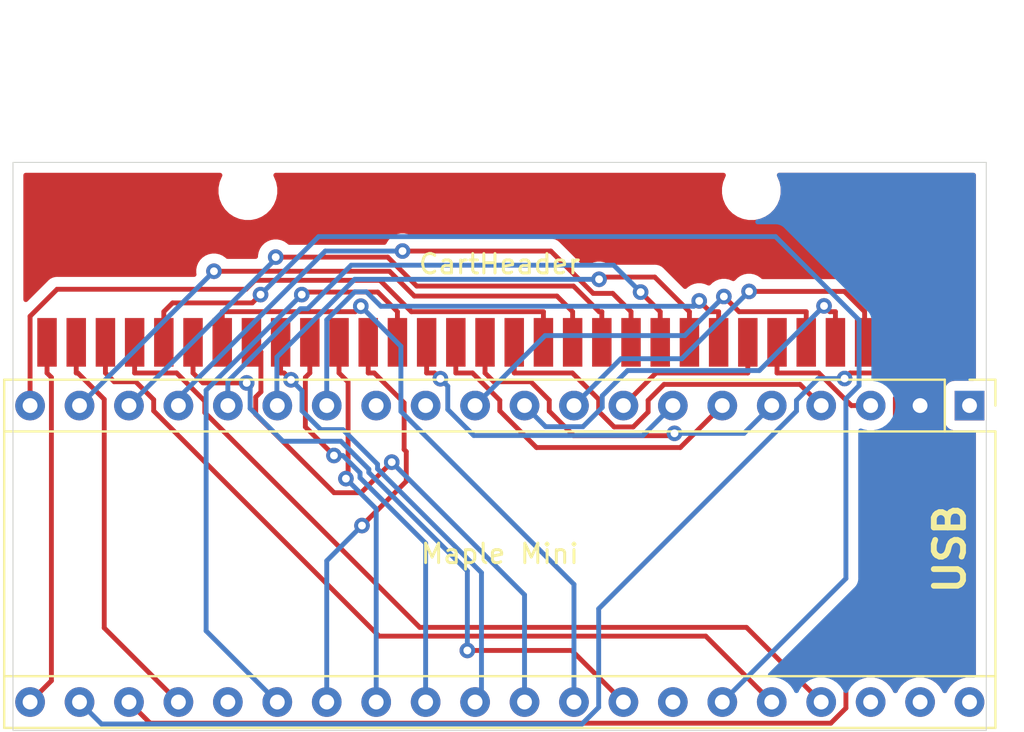
<source format=kicad_pcb>
(kicad_pcb (version 20171130) (host pcbnew "(5.1.2)-2")

  (general
    (thickness 1.6)
    (drawings 5)
    (tracks 272)
    (zones 0)
    (modules 2)
    (nets 41)
  )

  (page A4)
  (layers
    (0 F.Cu signal)
    (31 B.Cu signal)
    (32 B.Adhes user)
    (33 F.Adhes user)
    (34 B.Paste user)
    (35 F.Paste user)
    (36 B.SilkS user)
    (37 F.SilkS user)
    (38 B.Mask user)
    (39 F.Mask user)
    (40 Dwgs.User user)
    (41 Cmts.User user)
    (42 Eco1.User user)
    (43 Eco2.User user)
    (44 Edge.Cuts user)
    (45 Margin user)
    (46 B.CrtYd user)
    (47 F.CrtYd user)
    (48 B.Fab user)
    (49 F.Fab user)
  )

  (setup
    (last_trace_width 0.25)
    (trace_clearance 0.2)
    (zone_clearance 0.508)
    (zone_45_only no)
    (trace_min 0.2)
    (via_size 0.8)
    (via_drill 0.4)
    (via_min_size 0.4)
    (via_min_drill 0.3)
    (uvia_size 0.3)
    (uvia_drill 0.1)
    (uvias_allowed no)
    (uvia_min_size 0.2)
    (uvia_min_drill 0.1)
    (edge_width 0.05)
    (segment_width 0.2)
    (pcb_text_width 0.3)
    (pcb_text_size 1.5 1.5)
    (mod_edge_width 0.12)
    (mod_text_size 1 1)
    (mod_text_width 0.15)
    (pad_size 1.524 1.524)
    (pad_drill 0.762)
    (pad_to_mask_clearance 0.051)
    (solder_mask_min_width 0.25)
    (aux_axis_origin 0 0)
    (visible_elements 7FFFEFFF)
    (pcbplotparams
      (layerselection 0x010fc_ffffffff)
      (usegerberextensions false)
      (usegerberattributes false)
      (usegerberadvancedattributes false)
      (creategerberjobfile false)
      (excludeedgelayer true)
      (linewidth 0.100000)
      (plotframeref false)
      (viasonmask false)
      (mode 1)
      (useauxorigin false)
      (hpglpennumber 1)
      (hpglpenspeed 20)
      (hpglpendiameter 15.000000)
      (psnegative false)
      (psa4output false)
      (plotreference true)
      (plotvalue true)
      (plotinvisibletext false)
      (padsonsilk false)
      (subtractmaskfromsilk false)
      (outputformat 1)
      (mirror false)
      (drillshape 0)
      (scaleselection 1)
      (outputdirectory "Mini Gerbers/"))
  )

  (net 0 "")
  (net 1 "Net-(A1-Pad1)")
  (net 2 GND)
  (net 3 D32-boot0)
  (net 4 M15)
  (net 5 M16)
  (net 6 M17)
  (net 7 M18)
  (net 8 M19)
  (net 9 M20)
  (net 10 M21)
  (net 11 M22)
  (net 12 "Net-(A1-Pad12)")
  (net 13 "Net-(A1-Pad13)")
  (net 14 M25)
  (net 15 M26)
  (net 16 M27)
  (net 17 M28)
  (net 18 M29)
  (net 19 M30)
  (net 20 M31)
  (net 21 VIN)
  (net 22 M0)
  (net 23 M1)
  (net 24 D2-boot1)
  (net 25 "Net-(A1-Pad25)")
  (net 26 M4)
  (net 27 M5)
  (net 28 M6)
  (net 29 M7)
  (net 30 M8)
  (net 31 M9)
  (net 32 M10)
  (net 33 M11)
  (net 34 "Net-(A1-Pad34)")
  (net 35 M12)
  (net 36 M13)
  (net 37 M14)
  (net 38 "Net-(A1-Pad38)")
  (net 39 "Net-(A1-Pad39)")
  (net 40 "Net-(A1-Pad40)")

  (net_class Default "This is the default net class."
    (clearance 0.2)
    (trace_width 0.25)
    (via_dia 0.8)
    (via_drill 0.4)
    (uvia_dia 0.3)
    (uvia_drill 0.1)
    (add_net D2-boot1)
    (add_net D32-boot0)
    (add_net GND)
    (add_net M0)
    (add_net M1)
    (add_net M10)
    (add_net M11)
    (add_net M12)
    (add_net M13)
    (add_net M14)
    (add_net M15)
    (add_net M16)
    (add_net M17)
    (add_net M18)
    (add_net M19)
    (add_net M20)
    (add_net M21)
    (add_net M22)
    (add_net M25)
    (add_net M26)
    (add_net M27)
    (add_net M28)
    (add_net M29)
    (add_net M30)
    (add_net M31)
    (add_net M4)
    (add_net M5)
    (add_net M6)
    (add_net M7)
    (add_net M8)
    (add_net M9)
    (add_net "Net-(A1-Pad1)")
    (add_net "Net-(A1-Pad12)")
    (add_net "Net-(A1-Pad13)")
    (add_net "Net-(A1-Pad25)")
    (add_net "Net-(A1-Pad34)")
    (add_net "Net-(A1-Pad38)")
    (add_net "Net-(A1-Pad39)")
    (add_net "Net-(A1-Pad40)")
    (add_net VIN)
  )

  (module Module:Maple_Mini (layer F.Cu) (tedit 5A156297) (tstamp 5E29C818)
    (at 190.017 78.888 270)
    (descr "Maple Mini, http://docs.leaflabs.com/static.leaflabs.com/pub/leaflabs/maple-docs/0.0.12/hardware/maple-mini.html")
    (tags "Maple Mini")
    (path /5E2FBB54)
    (fp_text reference "Maple Mini" (at 7.61798 24.13 180) (layer F.SilkS)
      (effects (font (size 1 1) (thickness 0.15)))
    )
    (fp_text value Maple_Mini (at 7.62 26.035 90) (layer F.Fab)
      (effects (font (size 1 1) (thickness 0.15)))
    )
    (fp_line (start 1.33 -1.33) (end 16.57 -1.33) (layer F.SilkS) (width 0.12))
    (fp_line (start 16.57 49.59) (end -1.33 49.59) (layer F.SilkS) (width 0.12))
    (fp_line (start 3.81 6.604) (end 3.81 -2.54) (layer F.Fab) (width 0.1))
    (fp_line (start 3.81 -2.54) (end 11.43 -2.54) (layer F.Fab) (width 0.1))
    (fp_line (start 11.43 -2.54) (end 11.43 6.604) (layer F.Fab) (width 0.1))
    (fp_line (start -0.635 -1.27) (end 16.51 -1.27) (layer F.Fab) (width 0.1))
    (fp_line (start 16.51 -1.27) (end 16.51 49.53) (layer F.Fab) (width 0.1))
    (fp_line (start 16.51 49.53) (end -1.27 49.53) (layer F.Fab) (width 0.1))
    (fp_line (start -1.27 49.53) (end -1.27 -0.635) (layer F.Fab) (width 0.1))
    (fp_line (start 16.57 -1.33) (end 16.57 49.59) (layer F.SilkS) (width 0.12))
    (fp_line (start -1.33 49.59) (end -1.33 1.27) (layer F.SilkS) (width 0.12))
    (fp_line (start 1.33 -1.33) (end 1.33 49.59) (layer F.SilkS) (width 0.12))
    (fp_line (start 13.91 49.59) (end 13.91 -1.33) (layer F.SilkS) (width 0.12))
    (fp_line (start -1.33 1.27) (end 1.33 1.27) (layer F.SilkS) (width 0.12))
    (fp_line (start -1.52 49.78) (end -1.52 -2.79) (layer F.CrtYd) (width 0.05))
    (fp_line (start -1.52 -2.79) (end 16.76 -2.79) (layer F.CrtYd) (width 0.05))
    (fp_line (start 16.76 -2.79) (end 16.76 49.78) (layer F.CrtYd) (width 0.05))
    (fp_line (start 16.76 49.78) (end -1.52 49.78) (layer F.CrtYd) (width 0.05))
    (fp_line (start 0 -1.33) (end -1.33 -1.33) (layer F.SilkS) (width 0.12))
    (fp_line (start -1.33 -1.33) (end -1.33 0) (layer F.SilkS) (width 0.12))
    (fp_line (start 1.27 -1.27) (end 1.27 49.53) (layer F.Fab) (width 0.1))
    (fp_line (start -1.27 -0.635) (end -0.635 -1.27) (layer F.Fab) (width 0.1))
    (fp_line (start 13.97 -1.27) (end 13.97 49.53) (layer F.Fab) (width 0.1))
    (fp_text user %R (at 7.62 24.13 90) (layer F.Fab)
      (effects (font (size 1 1) (thickness 0.15)))
    )
    (fp_line (start 3.81 6.604) (end 11.43 6.604) (layer F.Fab) (width 0.1))
    (pad 1 thru_hole rect (at 0 0 270) (size 1.524 1.524) (drill 0.762) (layers *.Cu *.Mask)
      (net 1 "Net-(A1-Pad1)"))
    (pad 2 thru_hole circle (at 0 2.54 270) (size 1.524 1.524) (drill 0.762) (layers *.Cu *.Mask)
      (net 2 GND))
    (pad 3 thru_hole circle (at 0 5.08 270) (size 1.524 1.524) (drill 0.762) (layers *.Cu *.Mask)
      (net 3 D32-boot0))
    (pad 4 thru_hole circle (at 0 7.62 270) (size 1.524 1.524) (drill 0.762) (layers *.Cu *.Mask)
      (net 4 M15))
    (pad 5 thru_hole circle (at 0 10.16 270) (size 1.524 1.524) (drill 0.762) (layers *.Cu *.Mask)
      (net 5 M16))
    (pad 6 thru_hole circle (at 0 12.7 270) (size 1.524 1.524) (drill 0.762) (layers *.Cu *.Mask)
      (net 6 M17))
    (pad 7 thru_hole circle (at 0 15.24 270) (size 1.524 1.524) (drill 0.762) (layers *.Cu *.Mask)
      (net 7 M18))
    (pad 8 thru_hole circle (at 0 17.78 270) (size 1.524 1.524) (drill 0.762) (layers *.Cu *.Mask)
      (net 8 M19))
    (pad 9 thru_hole circle (at 0 20.32 270) (size 1.524 1.524) (drill 0.762) (layers *.Cu *.Mask)
      (net 9 M20))
    (pad 10 thru_hole circle (at 0 22.86 270) (size 1.524 1.524) (drill 0.762) (layers *.Cu *.Mask)
      (net 10 M21))
    (pad 11 thru_hole circle (at 0 25.4 270) (size 1.524 1.524) (drill 0.762) (layers *.Cu *.Mask)
      (net 11 M22))
    (pad 12 thru_hole circle (at 0 27.94 270) (size 1.524 1.524) (drill 0.762) (layers *.Cu *.Mask)
      (net 12 "Net-(A1-Pad12)"))
    (pad 13 thru_hole circle (at 0 30.48 270) (size 1.524 1.524) (drill 0.762) (layers *.Cu *.Mask)
      (net 13 "Net-(A1-Pad13)"))
    (pad 14 thru_hole circle (at 0 33.02 270) (size 1.524 1.524) (drill 0.762) (layers *.Cu *.Mask)
      (net 14 M25))
    (pad 15 thru_hole circle (at 0 35.56 270) (size 1.524 1.524) (drill 0.762) (layers *.Cu *.Mask)
      (net 15 M26))
    (pad 16 thru_hole circle (at 0 38.1 270) (size 1.524 1.524) (drill 0.762) (layers *.Cu *.Mask)
      (net 16 M27))
    (pad 17 thru_hole circle (at 0 40.64 270) (size 1.524 1.524) (drill 0.762) (layers *.Cu *.Mask)
      (net 17 M28))
    (pad 18 thru_hole circle (at 0 43.18 270) (size 1.524 1.524) (drill 0.762) (layers *.Cu *.Mask)
      (net 18 M29))
    (pad 19 thru_hole circle (at 0 45.72 270) (size 1.524 1.524) (drill 0.762) (layers *.Cu *.Mask)
      (net 19 M30))
    (pad 20 thru_hole circle (at 0 48.26 270) (size 1.524 1.524) (drill 0.762) (layers *.Cu *.Mask)
      (net 20 M31))
    (pad 21 thru_hole circle (at 15.24 48.26 270) (size 1.524 1.524) (drill 0.762) (layers *.Cu *.Mask)
      (net 21 VIN))
    (pad 22 thru_hole circle (at 15.24 45.72 270) (size 1.524 1.524) (drill 0.762) (layers *.Cu *.Mask)
      (net 22 M0))
    (pad 23 thru_hole circle (at 15.24 43.18 270) (size 1.524 1.524) (drill 0.762) (layers *.Cu *.Mask)
      (net 23 M1))
    (pad 24 thru_hole circle (at 15.24 40.64 270) (size 1.524 1.524) (drill 0.762) (layers *.Cu *.Mask)
      (net 24 D2-boot1))
    (pad 25 thru_hole circle (at 15.24 38.1 270) (size 1.524 1.524) (drill 0.762) (layers *.Cu *.Mask)
      (net 25 "Net-(A1-Pad25)"))
    (pad 26 thru_hole circle (at 15.24 35.56 270) (size 1.524 1.524) (drill 0.762) (layers *.Cu *.Mask)
      (net 26 M4))
    (pad 27 thru_hole circle (at 15.24 33.02 270) (size 1.524 1.524) (drill 0.762) (layers *.Cu *.Mask)
      (net 27 M5))
    (pad 28 thru_hole circle (at 15.24 30.48 270) (size 1.524 1.524) (drill 0.762) (layers *.Cu *.Mask)
      (net 28 M6))
    (pad 29 thru_hole circle (at 15.24 27.94 270) (size 1.524 1.524) (drill 0.762) (layers *.Cu *.Mask)
      (net 29 M7))
    (pad 30 thru_hole circle (at 15.24 25.4 270) (size 1.524 1.524) (drill 0.762) (layers *.Cu *.Mask)
      (net 30 M8))
    (pad 31 thru_hole circle (at 15.24 22.86 270) (size 1.524 1.524) (drill 0.762) (layers *.Cu *.Mask)
      (net 31 M9))
    (pad 32 thru_hole circle (at 15.24 20.32 270) (size 1.524 1.524) (drill 0.762) (layers *.Cu *.Mask)
      (net 32 M10))
    (pad 33 thru_hole circle (at 15.24 17.78 270) (size 1.524 1.524) (drill 0.762) (layers *.Cu *.Mask)
      (net 33 M11))
    (pad 34 thru_hole circle (at 15.24 15.24 270) (size 1.524 1.524) (drill 0.762) (layers *.Cu *.Mask)
      (net 34 "Net-(A1-Pad34)"))
    (pad 35 thru_hole circle (at 15.24 12.7 270) (size 1.524 1.524) (drill 0.762) (layers *.Cu *.Mask)
      (net 35 M12))
    (pad 36 thru_hole circle (at 15.24 10.16 270) (size 1.524 1.524) (drill 0.762) (layers *.Cu *.Mask)
      (net 36 M13))
    (pad 37 thru_hole circle (at 15.24 7.62 270) (size 1.524 1.524) (drill 0.762) (layers *.Cu *.Mask)
      (net 37 M14))
    (pad 38 thru_hole circle (at 15.24 5.08 270) (size 1.524 1.524) (drill 0.762) (layers *.Cu *.Mask)
      (net 38 "Net-(A1-Pad38)"))
    (pad 39 thru_hole circle (at 15.24 2.54 270) (size 1.524 1.524) (drill 0.762) (layers *.Cu *.Mask)
      (net 39 "Net-(A1-Pad39)"))
    (pad 40 thru_hole circle (at 15.24 0 270) (size 1.524 1.524) (drill 0.762) (layers *.Cu *.Mask)
      (net 40 "Net-(A1-Pad40)"))
    (model ${KISYS3DMOD}/Module.3dshapes/Maple_Mini.wrl
      (at (xyz 0 0 0))
      (scale (xyz 1 1 1))
      (rotate (xyz 0 0 0))
    )
  )

  (module Custom:DSL_Cartridge_Reader_Micro (layer F.Cu) (tedit 5E2F1194) (tstamp 5E29C895)
    (at 165.878 69.8876)
    (descr "GBA DS Lite slots commonly found on aliexpress")
    (tags "gameboy cartridge slot")
    (path /5E0FEE35)
    (attr smd)
    (fp_text reference CartHeader (at 0 1.7272 180) (layer F.SilkS)
      (effects (font (size 1 1) (thickness 0.15)))
    )
    (fp_text value CartBus (at 0 -11) (layer F.Fab)
      (effects (font (size 1 1) (thickness 0.15)))
    )
    (fp_text user %R (at 0 -1) (layer F.Fab)
      (effects (font (size 2 2) (thickness 0.2)))
    )
    (pad "" np_thru_hole circle (at -12.93204 -2.04724) (size 2 2) (drill 2) (layers *.Cu *.Mask))
    (pad "" np_thru_hole circle (at 12.93204 -2.04724) (size 2 2) (drill 2) (layers *.Cu *.Mask))
    (pad 1 smd rect (at -23.25 5.75) (size 1 2.5) (layers F.Cu F.Paste F.Mask)
      (net 21 VIN))
    (pad 15 smd rect (at -2.25 5.75) (size 1 2.5) (layers F.Cu F.Paste F.Mask)
      (net 6 M17))
    (pad 2 smd rect (at -21.75 5.75) (size 1 2.5) (layers F.Cu F.Paste F.Mask)
      (net 24 D2-boot1))
    (pad 3 smd rect (at -20.25 5.75) (size 1 2.5) (layers F.Cu F.Paste F.Mask)
      (net 36 M13))
    (pad 4 smd rect (at -18.75 5.75) (size 1 2.5) (layers F.Cu F.Paste F.Mask)
      (net 37 M14))
    (pad 5 smd rect (at -17.25 5.75) (size 1 2.5) (layers F.Cu F.Paste F.Mask)
      (net 35 M12))
    (pad 6 smd rect (at -15.75 5.75) (size 1 2.5) (layers F.Cu F.Paste F.Mask)
      (net 33 M11))
    (pad 7 smd rect (at -14.25 5.75) (size 1 2.5) (layers F.Cu F.Paste F.Mask)
      (net 32 M10))
    (pad 8 smd rect (at -12.75 5.75) (size 1 2.5) (layers F.Cu F.Paste F.Mask)
      (net 31 M9))
    (pad 9 smd rect (at -11.25 5.75) (size 1 2.5) (layers F.Cu F.Paste F.Mask)
      (net 30 M8))
    (pad 10 smd rect (at -9.75 5.75) (size 1 2.5) (layers F.Cu F.Paste F.Mask)
      (net 29 M7))
    (pad 11 smd rect (at -8.25 5.75) (size 1 2.5) (layers F.Cu F.Paste F.Mask)
      (net 28 M6))
    (pad 12 smd rect (at -6.75 5.75) (size 1 2.5) (layers F.Cu F.Paste F.Mask)
      (net 27 M5))
    (pad 13 smd rect (at -5.25 5.75) (size 1 2.5) (layers F.Cu F.Paste F.Mask)
      (net 26 M4))
    (pad 14 smd rect (at -3.75 5.75) (size 1 2.5) (layers F.Cu F.Paste F.Mask)
      (net 7 M18))
    (pad 16 smd rect (at -0.75 5.75) (size 1 2.5) (layers F.Cu F.Paste F.Mask)
      (net 5 M16))
    (pad 17 smd rect (at 0.75 5.75) (size 1 2.5) (layers F.Cu F.Paste F.Mask)
      (net 4 M15))
    (pad 18 smd rect (at 2.25 5.75) (size 1 2.5) (layers F.Cu F.Paste F.Mask)
      (net 20 M31))
    (pad 19 smd rect (at 3.75 5.75) (size 1 2.5) (layers F.Cu F.Paste F.Mask)
      (net 19 M30))
    (pad 20 smd rect (at 5.25 5.75) (size 1 2.5) (layers F.Cu F.Paste F.Mask)
      (net 18 M29))
    (pad 21 smd rect (at 6.75 5.75) (size 1 2.5) (layers F.Cu F.Paste F.Mask)
      (net 17 M28))
    (pad 22 smd rect (at 8.25 5.75) (size 1 2.5) (layers F.Cu F.Paste F.Mask)
      (net 16 M27))
    (pad 23 smd rect (at 9.75 5.75) (size 1 2.5) (layers F.Cu F.Paste F.Mask)
      (net 15 M26))
    (pad 24 smd rect (at 11.25 5.75) (size 1 2.5) (layers F.Cu F.Paste F.Mask)
      (net 14 M25))
    (pad 25 smd rect (at 12.75 5.75) (size 1 2.5) (layers F.Cu F.Paste F.Mask)
      (net 8 M19))
    (pad 26 smd rect (at 14.25 5.75) (size 1 2.5) (layers F.Cu F.Paste F.Mask)
      (net 3 D32-boot0))
    (pad 27 smd rect (at 15.75 5.75) (size 1 2.5) (layers F.Cu F.Paste F.Mask)
      (net 11 M22))
    (pad 28 smd rect (at 17.25 5.75) (size 1 2.5) (layers F.Cu F.Paste F.Mask)
      (net 10 M21))
    (pad 29 smd rect (at 18.75 5.75) (size 1 2.5) (layers F.Cu F.Paste F.Mask)
      (net 9 M20))
    (pad 30 smd rect (at 20.25 5.75) (size 1 2.5) (layers F.Cu F.Paste F.Mask)
      (net 22 M0))
    (pad 31 smd rect (at 21.75 5.75) (size 1 2.5) (layers F.Cu F.Paste F.Mask)
      (net 23 M1))
    (pad 32 smd rect (at 23.25 5.75) (size 1 2.5) (layers F.Cu F.Paste F.Mask)
      (net 2 GND))
  )

  (gr_text USB (at 189.00394 86.2584 90) (layer F.SilkS)
    (effects (font (size 1.5 1.5) (thickness 0.3)))
  )
  (gr_line (start 140.87846 66.3876) (end 190.87846 66.3876) (layer Edge.Cuts) (width 0.05) (tstamp 5E29CAD6))
  (gr_line (start 140.87846 66.3876) (end 140.87846 95.5876) (layer Edge.Cuts) (width 0.05) (tstamp 5E29CAD1))
  (gr_line (start 140.87846 95.5876) (end 190.87846 95.5876) (layer Edge.Cuts) (width 0.05) (tstamp 5E29CACE))
  (gr_line (start 190.87846 66.3876) (end 190.87846 95.5876) (layer Edge.Cuts) (width 0.05))

  (segment (start 189.128 75.6376) (end 189.128 77.237) (width 0.25) (layer F.Cu) (net 2))
  (segment (start 189.128 77.237) (end 187.477 78.888) (width 0.25) (layer F.Cu) (net 2))
  (segment (start 180.128 75.6376) (end 180.128 77.2129) (width 0.25) (layer F.Cu) (net 3))
  (segment (start 180.128 77.2129) (end 182.2733 77.2129) (width 0.25) (layer F.Cu) (net 3))
  (segment (start 182.2733 77.2129) (end 183.9484 78.888) (width 0.25) (layer F.Cu) (net 3))
  (segment (start 183.9484 78.888) (end 184.937 78.888) (width 0.25) (layer F.Cu) (net 3))
  (segment (start 166.628 75.6376) (end 166.628 77.2129) (width 0.25) (layer F.Cu) (net 4))
  (segment (start 166.628 77.2129) (end 169.6151 77.2129) (width 0.25) (layer F.Cu) (net 4))
  (segment (start 169.6151 77.2129) (end 170.967 78.5648) (width 0.25) (layer F.Cu) (net 4))
  (segment (start 170.967 78.5648) (end 170.967 79.1931) (width 0.25) (layer F.Cu) (net 4))
  (segment (start 170.967 79.1931) (end 171.7603 79.9864) (width 0.25) (layer F.Cu) (net 4))
  (segment (start 171.7603 79.9864) (end 172.7389 79.9864) (width 0.25) (layer F.Cu) (net 4))
  (segment (start 172.7389 79.9864) (end 173.507 79.2183) (width 0.25) (layer F.Cu) (net 4))
  (segment (start 173.507 79.2183) (end 173.507 78.6162) (width 0.25) (layer F.Cu) (net 4))
  (segment (start 173.507 78.6162) (end 174.3229 77.8003) (width 0.25) (layer F.Cu) (net 4))
  (segment (start 174.3229 77.8003) (end 181.3093 77.8003) (width 0.25) (layer F.Cu) (net 4))
  (segment (start 181.3093 77.8003) (end 182.397 78.888) (width 0.25) (layer F.Cu) (net 4))
  (segment (start 165.128 77.2129) (end 165.5784 77.6633) (width 0.25) (layer F.Cu) (net 5))
  (segment (start 165.5784 77.6633) (end 167.4792 77.6633) (width 0.25) (layer F.Cu) (net 5))
  (segment (start 167.4792 77.6633) (end 168.427 78.6111) (width 0.25) (layer F.Cu) (net 5))
  (segment (start 168.427 78.6111) (end 168.427 79.1768) (width 0.25) (layer F.Cu) (net 5))
  (segment (start 168.427 79.1768) (end 169.687 80.4368) (width 0.25) (layer F.Cu) (net 5))
  (segment (start 169.687 80.4368) (end 174.7392 80.4368) (width 0.25) (layer F.Cu) (net 5))
  (segment (start 174.7392 80.4368) (end 174.8607 80.3153) (width 0.25) (layer F.Cu) (net 5))
  (segment (start 179.857 78.888) (end 178.4297 80.3153) (width 0.25) (layer B.Cu) (net 5))
  (segment (start 178.4297 80.3153) (end 174.8607 80.3153) (width 0.25) (layer B.Cu) (net 5))
  (segment (start 165.128 75.6376) (end 165.128 77.2129) (width 0.25) (layer F.Cu) (net 5))
  (via (at 174.8607 80.3153) (size 0.8) (layers F.Cu B.Cu) (net 5))
  (segment (start 177.317 78.888) (end 175.1597 81.0453) (width 0.25) (layer F.Cu) (net 6))
  (segment (start 175.1597 81.0453) (end 167.7725 81.0453) (width 0.25) (layer F.Cu) (net 6))
  (segment (start 167.7725 81.0453) (end 165.887 79.1598) (width 0.25) (layer F.Cu) (net 6))
  (segment (start 165.887 79.1598) (end 165.887 78.6151) (width 0.25) (layer F.Cu) (net 6))
  (segment (start 165.887 78.6151) (end 164.4848 77.2129) (width 0.25) (layer F.Cu) (net 6))
  (segment (start 164.4848 77.2129) (end 163.628 77.2129) (width 0.25) (layer F.Cu) (net 6))
  (segment (start 163.628 75.6376) (end 163.628 77.2129) (width 0.25) (layer F.Cu) (net 6))
  (segment (start 162.128 77.2129) (end 162.5396 77.2129) (width 0.25) (layer F.Cu) (net 7))
  (segment (start 162.5396 77.2129) (end 162.8348 77.5081) (width 0.25) (layer F.Cu) (net 7))
  (segment (start 174.777 78.888) (end 173.2391 80.4259) (width 0.25) (layer B.Cu) (net 7))
  (segment (start 173.2391 80.4259) (end 164.5498 80.4259) (width 0.25) (layer B.Cu) (net 7))
  (segment (start 164.5498 80.4259) (end 163.2144 79.0905) (width 0.25) (layer B.Cu) (net 7))
  (segment (start 163.2144 79.0905) (end 163.2144 77.8877) (width 0.25) (layer B.Cu) (net 7))
  (segment (start 163.2144 77.8877) (end 162.8348 77.5081) (width 0.25) (layer B.Cu) (net 7))
  (segment (start 162.128 75.6376) (end 162.128 77.2129) (width 0.25) (layer F.Cu) (net 7))
  (via (at 162.8348 77.5081) (size 0.8) (layers F.Cu B.Cu) (net 7))
  (segment (start 178.628 75.6376) (end 178.628 77.2129) (width 0.25) (layer F.Cu) (net 8))
  (segment (start 178.628 77.2129) (end 173.9121 77.2129) (width 0.25) (layer F.Cu) (net 8))
  (segment (start 173.9121 77.2129) (end 172.237 78.888) (width 0.25) (layer F.Cu) (net 8))
  (segment (start 184.628 75.6376) (end 184.628 74.0623) (width 0.25) (layer F.Cu) (net 9))
  (segment (start 184.628 74.0623) (end 183.5858 73.0201) (width 0.25) (layer F.Cu) (net 9))
  (segment (start 183.5858 73.0201) (end 178.6923 73.0201) (width 0.25) (layer F.Cu) (net 9))
  (segment (start 169.697 78.888) (end 172.1053 76.4797) (width 0.25) (layer B.Cu) (net 9))
  (segment (start 172.1053 76.4797) (end 175.2327 76.4797) (width 0.25) (layer B.Cu) (net 9))
  (segment (start 175.2327 76.4797) (end 178.6923 73.0201) (width 0.25) (layer B.Cu) (net 9))
  (via (at 178.6923 73.0201) (size 0.8) (layers F.Cu B.Cu) (net 9))
  (segment (start 183.128 75.6376) (end 183.128 74.0623) (width 0.25) (layer F.Cu) (net 10))
  (segment (start 183.128 74.0623) (end 182.8408 74.0623) (width 0.25) (layer F.Cu) (net 10))
  (segment (start 182.8408 74.0623) (end 182.5433 73.7648) (width 0.25) (layer F.Cu) (net 10))
  (segment (start 167.157 78.888) (end 168.2444 79.9754) (width 0.25) (layer B.Cu) (net 10))
  (segment (start 168.2444 79.9754) (end 170.1569 79.9754) (width 0.25) (layer B.Cu) (net 10))
  (segment (start 170.1569 79.9754) (end 171.1496 78.9827) (width 0.25) (layer B.Cu) (net 10))
  (segment (start 171.1496 78.9827) (end 171.1496 78.3869) (width 0.25) (layer B.Cu) (net 10))
  (segment (start 171.1496 78.3869) (end 172.4497 77.0868) (width 0.25) (layer B.Cu) (net 10))
  (segment (start 172.4497 77.0868) (end 179.2213 77.0868) (width 0.25) (layer B.Cu) (net 10))
  (segment (start 179.2213 77.0868) (end 182.5433 73.7648) (width 0.25) (layer B.Cu) (net 10))
  (via (at 182.5433 73.7648) (size 0.8) (layers F.Cu B.Cu) (net 10))
  (segment (start 181.628 74.0623) (end 178.1782 74.0623) (width 0.25) (layer F.Cu) (net 11))
  (segment (start 178.1782 74.0623) (end 177.3977 73.2818) (width 0.25) (layer F.Cu) (net 11))
  (segment (start 164.617 78.888) (end 168.2146 75.2904) (width 0.25) (layer B.Cu) (net 11))
  (segment (start 168.2146 75.2904) (end 175.3891 75.2904) (width 0.25) (layer B.Cu) (net 11))
  (segment (start 175.3891 75.2904) (end 177.3977 73.2818) (width 0.25) (layer B.Cu) (net 11))
  (segment (start 181.628 75.6376) (end 181.628 74.0623) (width 0.25) (layer F.Cu) (net 11))
  (via (at 177.3977 73.2818) (size 0.8) (layers F.Cu B.Cu) (net 11))
  (segment (start 177.128 74.0623) (end 176.6856 74.0623) (width 0.25) (layer F.Cu) (net 14))
  (segment (start 176.6856 74.0623) (end 176.1306 73.5073) (width 0.25) (layer F.Cu) (net 14))
  (segment (start 156.997 78.888) (end 156.997 74.4809) (width 0.25) (layer B.Cu) (net 14))
  (segment (start 156.997 74.4809) (end 158.4356 73.0423) (width 0.25) (layer B.Cu) (net 14))
  (segment (start 158.4356 73.0423) (end 159.036 73.0423) (width 0.25) (layer B.Cu) (net 14))
  (segment (start 159.036 73.0423) (end 159.7763 73.7826) (width 0.25) (layer B.Cu) (net 14))
  (segment (start 159.7763 73.7826) (end 175.8553 73.7826) (width 0.25) (layer B.Cu) (net 14))
  (segment (start 175.8553 73.7826) (end 176.1306 73.5073) (width 0.25) (layer B.Cu) (net 14))
  (segment (start 177.128 75.6376) (end 177.128 74.0623) (width 0.25) (layer F.Cu) (net 14))
  (via (at 176.1306 73.5073) (size 0.8) (layers F.Cu B.Cu) (net 14))
  (segment (start 175.628 75.6376) (end 175.628 74.0623) (width 0.25) (layer F.Cu) (net 15))
  (segment (start 170.9863 72.3967) (end 158.4349 72.3967) (width 0.25) (layer B.Cu) (net 15))
  (segment (start 158.4349 72.3967) (end 154.4358 76.3958) (width 0.25) (layer B.Cu) (net 15))
  (segment (start 154.4358 76.3958) (end 154.4358 78.8668) (width 0.25) (layer B.Cu) (net 15))
  (segment (start 154.4358 78.8668) (end 154.457 78.888) (width 0.25) (layer B.Cu) (net 15))
  (segment (start 175.628 74.0623) (end 173.8479 72.2822) (width 0.25) (layer F.Cu) (net 15))
  (segment (start 173.8479 72.2822) (end 171.1008 72.2822) (width 0.25) (layer F.Cu) (net 15))
  (segment (start 171.1008 72.2822) (end 170.9863 72.3967) (width 0.25) (layer F.Cu) (net 15))
  (via (at 170.9863 72.3967) (size 0.8) (layers F.Cu B.Cu) (net 15))
  (segment (start 174.128 74.0623) (end 173.1208 73.0551) (width 0.25) (layer F.Cu) (net 16))
  (segment (start 151.917 78.888) (end 151.917 77.6411) (width 0.25) (layer B.Cu) (net 16))
  (segment (start 151.917 77.6411) (end 155.6482 73.9099) (width 0.25) (layer B.Cu) (net 16))
  (segment (start 155.6482 73.9099) (end 156.0142 73.9099) (width 0.25) (layer B.Cu) (net 16))
  (segment (start 156.0142 73.9099) (end 158.2527 71.6714) (width 0.25) (layer B.Cu) (net 16))
  (segment (start 158.2527 71.6714) (end 171.7371 71.6714) (width 0.25) (layer B.Cu) (net 16))
  (segment (start 171.7371 71.6714) (end 173.1208 73.0551) (width 0.25) (layer B.Cu) (net 16))
  (segment (start 174.128 75.6376) (end 174.128 74.0623) (width 0.25) (layer F.Cu) (net 16))
  (via (at 173.1208 73.0551) (size 0.8) (layers F.Cu B.Cu) (net 16))
  (segment (start 149.377 78.888) (end 149.377 78.4899) (width 0.25) (layer B.Cu) (net 17))
  (segment (start 149.377 78.4899) (end 156.9214 70.9455) (width 0.25) (layer B.Cu) (net 17))
  (segment (start 156.9214 70.9455) (end 160.8896 70.9455) (width 0.25) (layer B.Cu) (net 17))
  (segment (start 160.8896 70.9455) (end 168.5094 70.9455) (width 0.25) (layer F.Cu) (net 17))
  (segment (start 168.5094 70.9455) (end 170.6859 73.122) (width 0.25) (layer F.Cu) (net 17))
  (segment (start 170.6859 73.122) (end 171.6877 73.122) (width 0.25) (layer F.Cu) (net 17))
  (segment (start 171.6877 73.122) (end 172.628 74.0623) (width 0.25) (layer F.Cu) (net 17))
  (segment (start 172.628 75.6376) (end 172.628 74.0623) (width 0.25) (layer F.Cu) (net 17))
  (via (at 160.8896 70.9455) (size 0.8) (layers F.Cu B.Cu) (net 17))
  (segment (start 154.3754 71.2571) (end 160.1313 71.2571) (width 0.25) (layer F.Cu) (net 18))
  (segment (start 160.1313 71.2571) (end 161.6192 72.745) (width 0.25) (layer F.Cu) (net 18))
  (segment (start 161.6192 72.745) (end 169.672 72.745) (width 0.25) (layer F.Cu) (net 18))
  (segment (start 169.672 72.745) (end 170.9893 74.0623) (width 0.25) (layer F.Cu) (net 18))
  (segment (start 170.9893 74.0623) (end 171.128 74.0623) (width 0.25) (layer F.Cu) (net 18))
  (segment (start 146.837 78.888) (end 154.3754 71.3496) (width 0.25) (layer B.Cu) (net 18))
  (segment (start 154.3754 71.3496) (end 154.3754 71.2571) (width 0.25) (layer B.Cu) (net 18))
  (segment (start 171.128 75.6376) (end 171.128 74.0623) (width 0.25) (layer F.Cu) (net 18))
  (via (at 154.3754 71.2571) (size 0.8) (layers F.Cu B.Cu) (net 18))
  (segment (start 169.628 74.0623) (end 168.8244 73.2587) (width 0.25) (layer F.Cu) (net 19))
  (segment (start 168.8244 73.2587) (end 161.496 73.2587) (width 0.25) (layer F.Cu) (net 19))
  (segment (start 161.496 73.2587) (end 160.2199 71.9826) (width 0.25) (layer F.Cu) (net 19))
  (segment (start 160.2199 71.9826) (end 151.2024 71.9826) (width 0.25) (layer F.Cu) (net 19))
  (segment (start 144.297 78.888) (end 151.2024 71.9826) (width 0.25) (layer B.Cu) (net 19))
  (segment (start 169.628 75.6376) (end 169.628 74.0623) (width 0.25) (layer F.Cu) (net 19))
  (via (at 151.2024 71.9826) (size 0.8) (layers F.Cu B.Cu) (net 19))
  (segment (start 168.128 74.0623) (end 161.3444 74.0623) (width 0.25) (layer F.Cu) (net 20))
  (segment (start 161.3444 74.0623) (end 159.7308 72.4487) (width 0.25) (layer F.Cu) (net 20))
  (segment (start 159.7308 72.4487) (end 153.3071 72.4487) (width 0.25) (layer F.Cu) (net 20))
  (segment (start 153.3071 72.4487) (end 152.8483 72.9075) (width 0.25) (layer F.Cu) (net 20))
  (segment (start 152.8483 72.9075) (end 152.8483 72.9076) (width 0.25) (layer F.Cu) (net 20))
  (segment (start 152.8483 72.9076) (end 143.1457 72.9076) (width 0.25) (layer F.Cu) (net 20))
  (segment (start 143.1457 72.9076) (end 141.757 74.2963) (width 0.25) (layer F.Cu) (net 20))
  (segment (start 141.757 74.2963) (end 141.757 78.888) (width 0.25) (layer F.Cu) (net 20))
  (segment (start 168.128 75.6376) (end 168.128 74.0623) (width 0.25) (layer F.Cu) (net 20))
  (segment (start 142.628 75.6376) (end 142.628 77.2129) (width 0.25) (layer F.Cu) (net 21))
  (segment (start 142.628 77.2129) (end 142.8524 77.4373) (width 0.25) (layer F.Cu) (net 21))
  (segment (start 142.8524 77.4373) (end 142.8524 93.0326) (width 0.25) (layer F.Cu) (net 21))
  (segment (start 142.8524 93.0326) (end 141.757 94.128) (width 0.25) (layer F.Cu) (net 21))
  (segment (start 186.128 77.2129) (end 183.884 77.2129) (width 0.25) (layer F.Cu) (net 22))
  (segment (start 183.884 77.2129) (end 183.5982 77.4987) (width 0.25) (layer F.Cu) (net 22))
  (segment (start 183.5982 77.4987) (end 182.246 77.4987) (width 0.25) (layer B.Cu) (net 22))
  (segment (start 182.246 77.4987) (end 181.127 78.6177) (width 0.25) (layer B.Cu) (net 22))
  (segment (start 181.127 78.6177) (end 181.127 79.1729) (width 0.25) (layer B.Cu) (net 22))
  (segment (start 181.127 79.1729) (end 170.967 89.3329) (width 0.25) (layer B.Cu) (net 22))
  (segment (start 170.967 89.3329) (end 170.967 94.3997) (width 0.25) (layer B.Cu) (net 22))
  (segment (start 170.967 94.3997) (end 170.1095 95.2572) (width 0.25) (layer B.Cu) (net 22))
  (segment (start 170.1095 95.2572) (end 145.4262 95.2572) (width 0.25) (layer B.Cu) (net 22))
  (segment (start 145.4262 95.2572) (end 144.297 94.128) (width 0.25) (layer B.Cu) (net 22))
  (segment (start 186.128 75.6376) (end 186.128 77.2129) (width 0.25) (layer F.Cu) (net 22))
  (via (at 183.5982 77.4987) (size 0.8) (layers F.Cu B.Cu) (net 22))
  (segment (start 187.628 75.6376) (end 187.628 77.2129) (width 0.25) (layer F.Cu) (net 23))
  (segment (start 187.628 77.2129) (end 187.499 77.2129) (width 0.25) (layer F.Cu) (net 23))
  (segment (start 187.499 77.2129) (end 186.207 78.5049) (width 0.25) (layer F.Cu) (net 23))
  (segment (start 186.207 78.5049) (end 186.207 87.1667) (width 0.25) (layer F.Cu) (net 23))
  (segment (start 186.207 87.1667) (end 183.667 89.7067) (width 0.25) (layer F.Cu) (net 23))
  (segment (start 183.667 89.7067) (end 183.667 94.4408) (width 0.25) (layer F.Cu) (net 23))
  (segment (start 183.667 94.4408) (end 182.892 95.2158) (width 0.25) (layer F.Cu) (net 23))
  (segment (start 182.892 95.2158) (end 147.9248 95.2158) (width 0.25) (layer F.Cu) (net 23))
  (segment (start 147.9248 95.2158) (end 146.837 94.128) (width 0.25) (layer F.Cu) (net 23))
  (segment (start 144.128 75.6376) (end 144.128 77.2129) (width 0.25) (layer F.Cu) (net 24))
  (segment (start 144.128 77.2129) (end 144.2121 77.2129) (width 0.25) (layer F.Cu) (net 24))
  (segment (start 144.2121 77.2129) (end 145.567 78.5678) (width 0.25) (layer F.Cu) (net 24))
  (segment (start 145.567 78.5678) (end 145.567 90.318) (width 0.25) (layer F.Cu) (net 24))
  (segment (start 145.567 90.318) (end 149.377 94.128) (width 0.25) (layer F.Cu) (net 24))
  (segment (start 155.7137 73.1845) (end 155.8447 73.0535) (width 0.25) (layer F.Cu) (net 26))
  (segment (start 155.8447 73.0535) (end 159.6192 73.0535) (width 0.25) (layer F.Cu) (net 26))
  (segment (start 159.6192 73.0535) (end 160.628 74.0623) (width 0.25) (layer F.Cu) (net 26))
  (segment (start 154.457 94.128) (end 150.8007 90.4717) (width 0.25) (layer B.Cu) (net 26))
  (segment (start 150.8007 90.4717) (end 150.8007 78.0975) (width 0.25) (layer B.Cu) (net 26))
  (segment (start 150.8007 78.0975) (end 155.7137 73.1845) (width 0.25) (layer B.Cu) (net 26))
  (segment (start 160.628 75.6376) (end 160.628 74.0623) (width 0.25) (layer F.Cu) (net 26))
  (via (at 155.7137 73.1845) (size 0.8) (layers F.Cu B.Cu) (net 26))
  (segment (start 158.8073 85.0567) (end 161.0826 82.7814) (width 0.25) (layer F.Cu) (net 27))
  (segment (start 161.0826 82.7814) (end 161.0826 81.2552) (width 0.25) (layer F.Cu) (net 27))
  (segment (start 161.0826 81.2552) (end 160.9729 81.1455) (width 0.25) (layer F.Cu) (net 27))
  (segment (start 160.9729 81.1455) (end 160.9729 78.7483) (width 0.25) (layer F.Cu) (net 27))
  (segment (start 160.9729 78.7483) (end 159.4375 77.2129) (width 0.25) (layer F.Cu) (net 27))
  (segment (start 159.4375 77.2129) (end 159.128 77.2129) (width 0.25) (layer F.Cu) (net 27))
  (segment (start 156.997 94.128) (end 156.997 86.867) (width 0.25) (layer B.Cu) (net 27))
  (segment (start 156.997 86.867) (end 158.8073 85.0567) (width 0.25) (layer B.Cu) (net 27))
  (segment (start 159.128 75.6376) (end 159.128 77.2129) (width 0.25) (layer F.Cu) (net 27))
  (via (at 158.8073 85.0567) (size 0.8) (layers F.Cu B.Cu) (net 27))
  (segment (start 157.628 75.6376) (end 157.628 77.2129) (width 0.25) (layer F.Cu) (net 28))
  (segment (start 157.9824 82.6434) (end 159.537 84.198) (width 0.25) (layer B.Cu) (net 28))
  (segment (start 159.537 84.198) (end 159.537 94.128) (width 0.25) (layer B.Cu) (net 28))
  (segment (start 157.628 77.2129) (end 158.0935 77.6784) (width 0.25) (layer F.Cu) (net 28))
  (segment (start 158.0935 77.6784) (end 158.0935 82.5323) (width 0.25) (layer F.Cu) (net 28))
  (segment (start 158.0935 82.5323) (end 157.9824 82.6434) (width 0.25) (layer F.Cu) (net 28))
  (via (at 157.9824 82.6434) (size 0.8) (layers F.Cu B.Cu) (net 28))
  (segment (start 162.077 94.128) (end 162.077 85.97) (width 0.25) (layer B.Cu) (net 29))
  (segment (start 162.077 85.97) (end 158.7077 82.6007) (width 0.25) (layer B.Cu) (net 29))
  (segment (start 158.7077 82.6007) (end 158.7077 82.3429) (width 0.25) (layer B.Cu) (net 29))
  (segment (start 158.7077 82.3429) (end 157.8209 81.4561) (width 0.25) (layer B.Cu) (net 29))
  (segment (start 157.8209 81.4561) (end 157.3681 81.4561) (width 0.25) (layer B.Cu) (net 29))
  (segment (start 156.128 77.2129) (end 155.8988 77.4421) (width 0.25) (layer F.Cu) (net 29))
  (segment (start 155.8988 77.4421) (end 155.8988 79.9868) (width 0.25) (layer F.Cu) (net 29))
  (segment (start 155.8988 79.9868) (end 157.3681 81.4561) (width 0.25) (layer F.Cu) (net 29))
  (segment (start 156.128 75.6376) (end 156.128 77.2129) (width 0.25) (layer F.Cu) (net 29))
  (via (at 157.3681 81.4561) (size 0.8) (layers F.Cu B.Cu) (net 29))
  (segment (start 164.617 94.128) (end 164.9451 93.7999) (width 0.25) (layer B.Cu) (net 30))
  (segment (start 164.9451 93.7999) (end 164.9451 87.4792) (width 0.25) (layer B.Cu) (net 30))
  (segment (start 164.9451 87.4792) (end 159.6083 82.1424) (width 0.25) (layer B.Cu) (net 30))
  (segment (start 159.6083 82.1424) (end 159.6083 81.9061) (width 0.25) (layer B.Cu) (net 30))
  (segment (start 159.6083 81.9061) (end 157.8277 80.1255) (width 0.25) (layer B.Cu) (net 30))
  (segment (start 157.8277 80.1255) (end 156.6931 80.1255) (width 0.25) (layer B.Cu) (net 30))
  (segment (start 156.6931 80.1255) (end 155.727 79.1594) (width 0.25) (layer B.Cu) (net 30))
  (segment (start 155.727 79.1594) (end 155.727 78.1294) (width 0.25) (layer B.Cu) (net 30))
  (segment (start 155.727 78.1294) (end 155.1612 77.5636) (width 0.25) (layer B.Cu) (net 30))
  (segment (start 154.628 75.6376) (end 154.628 77.2129) (width 0.25) (layer F.Cu) (net 30))
  (segment (start 154.628 77.2129) (end 154.8105 77.2129) (width 0.25) (layer F.Cu) (net 30))
  (segment (start 154.8105 77.2129) (end 155.1612 77.5636) (width 0.25) (layer F.Cu) (net 30))
  (via (at 155.1612 77.5636) (size 0.8) (layers F.Cu B.Cu) (net 30))
  (segment (start 153.128 75.6376) (end 153.6151 76.1247) (width 0.25) (layer F.Cu) (net 31))
  (segment (start 153.6151 76.1247) (end 153.6151 78.1852) (width 0.25) (layer F.Cu) (net 31))
  (segment (start 153.6151 78.1852) (end 153.3475 78.4528) (width 0.25) (layer F.Cu) (net 31))
  (segment (start 153.3475 78.4528) (end 153.3475 79.3421) (width 0.25) (layer F.Cu) (net 31))
  (segment (start 153.3475 79.3421) (end 157.3741 83.3687) (width 0.25) (layer F.Cu) (net 31))
  (segment (start 157.3741 83.3687) (end 158.7637 83.3687) (width 0.25) (layer F.Cu) (net 31))
  (segment (start 158.7637 83.3687) (end 160.336 81.7964) (width 0.25) (layer F.Cu) (net 31))
  (segment (start 167.157 94.128) (end 167.157 88.6174) (width 0.25) (layer B.Cu) (net 31))
  (segment (start 167.157 88.6174) (end 160.336 81.7964) (width 0.25) (layer B.Cu) (net 31))
  (via (at 160.336 81.7964) (size 0.8) (layers F.Cu B.Cu) (net 31))
  (segment (start 169.697 94.128) (end 169.697 88.0772) (width 0.25) (layer B.Cu) (net 32))
  (segment (start 169.697 88.0772) (end 160.807 79.1872) (width 0.25) (layer B.Cu) (net 32))
  (segment (start 160.807 79.1872) (end 160.807 75.8392) (width 0.25) (layer B.Cu) (net 32))
  (segment (start 160.807 75.8392) (end 158.7466 73.7788) (width 0.25) (layer B.Cu) (net 32))
  (segment (start 151.628 74.0623) (end 158.4631 74.0623) (width 0.25) (layer F.Cu) (net 32))
  (segment (start 158.4631 74.0623) (end 158.7466 73.7788) (width 0.25) (layer F.Cu) (net 32))
  (segment (start 151.628 75.6376) (end 151.628 74.0623) (width 0.25) (layer F.Cu) (net 32))
  (via (at 158.7466 73.7788) (size 0.8) (layers F.Cu B.Cu) (net 32))
  (segment (start 164.2198 91.4769) (end 164.2198 87.3908) (width 0.25) (layer B.Cu) (net 33))
  (segment (start 164.2198 87.3908) (end 159.158 82.329) (width 0.25) (layer B.Cu) (net 33))
  (segment (start 159.158 82.329) (end 159.158 82.1563) (width 0.25) (layer B.Cu) (net 33))
  (segment (start 159.158 82.1563) (end 157.723 80.7213) (width 0.25) (layer B.Cu) (net 33))
  (segment (start 157.723 80.7213) (end 154.7476 80.7213) (width 0.25) (layer B.Cu) (net 33))
  (segment (start 154.7476 80.7213) (end 153.0624 79.0361) (width 0.25) (layer B.Cu) (net 33))
  (segment (start 153.0624 79.0361) (end 153.0624 77.9008) (width 0.25) (layer B.Cu) (net 33))
  (segment (start 153.0624 77.9008) (end 152.8836 77.722) (width 0.25) (layer B.Cu) (net 33))
  (segment (start 150.128 77.2129) (end 150.6371 77.722) (width 0.25) (layer F.Cu) (net 33))
  (segment (start 150.6371 77.722) (end 152.8836 77.722) (width 0.25) (layer F.Cu) (net 33))
  (segment (start 150.128 75.6376) (end 150.128 77.2129) (width 0.25) (layer F.Cu) (net 33))
  (segment (start 172.237 94.128) (end 169.5859 91.4769) (width 0.25) (layer F.Cu) (net 33))
  (segment (start 169.5859 91.4769) (end 164.2198 91.4769) (width 0.25) (layer F.Cu) (net 33))
  (via (at 152.8836 77.722) (size 0.8) (layers F.Cu B.Cu) (net 33))
  (via (at 164.2198 91.4769) (size 0.8) (layers F.Cu B.Cu) (net 33))
  (segment (start 148.628 75.6376) (end 148.628 74.0623) (width 0.25) (layer F.Cu) (net 35))
  (segment (start 153.5964 73.1851) (end 156.5792 70.2023) (width 0.25) (layer B.Cu) (net 35))
  (segment (start 156.5792 70.2023) (end 180.0511 70.2023) (width 0.25) (layer B.Cu) (net 35))
  (segment (start 180.0511 70.2023) (end 184.3431 74.4943) (width 0.25) (layer B.Cu) (net 35))
  (segment (start 184.3431 74.4943) (end 184.3431 77.8618) (width 0.25) (layer B.Cu) (net 35))
  (segment (start 184.3431 77.8618) (end 183.667 78.5379) (width 0.25) (layer B.Cu) (net 35))
  (segment (start 183.667 78.5379) (end 183.667 87.778) (width 0.25) (layer B.Cu) (net 35))
  (segment (start 183.667 87.778) (end 177.317 94.128) (width 0.25) (layer B.Cu) (net 35))
  (segment (start 148.628 74.0623) (end 149.0784 73.6119) (width 0.25) (layer F.Cu) (net 35))
  (segment (start 149.0784 73.6119) (end 153.1696 73.6119) (width 0.25) (layer F.Cu) (net 35))
  (segment (start 153.1696 73.6119) (end 153.5964 73.1851) (width 0.25) (layer F.Cu) (net 35))
  (via (at 153.5964 73.1851) (size 0.8) (layers F.Cu B.Cu) (net 35))
  (segment (start 145.628 75.6376) (end 145.628 77.2129) (width 0.25) (layer F.Cu) (net 36))
  (segment (start 145.628 77.2129) (end 146.0784 77.6633) (width 0.25) (layer F.Cu) (net 36))
  (segment (start 146.0784 77.6633) (end 147.1852 77.6633) (width 0.25) (layer F.Cu) (net 36))
  (segment (start 147.1852 77.6633) (end 148.107 78.5851) (width 0.25) (layer F.Cu) (net 36))
  (segment (start 148.107 78.5851) (end 148.107 79.1602) (width 0.25) (layer F.Cu) (net 36))
  (segment (start 148.107 79.1602) (end 159.6875 90.7407) (width 0.25) (layer F.Cu) (net 36))
  (segment (start 159.6875 90.7407) (end 176.4697 90.7407) (width 0.25) (layer F.Cu) (net 36))
  (segment (start 176.4697 90.7407) (end 179.857 94.128) (width 0.25) (layer F.Cu) (net 36))
  (segment (start 182.397 94.128) (end 178.5594 90.2904) (width 0.25) (layer F.Cu) (net 37))
  (segment (start 178.5594 90.2904) (end 161.7743 90.2904) (width 0.25) (layer F.Cu) (net 37))
  (segment (start 161.7743 90.2904) (end 150.7339 79.25) (width 0.25) (layer F.Cu) (net 37))
  (segment (start 150.7339 79.25) (end 150.7339 78.6602) (width 0.25) (layer F.Cu) (net 37))
  (segment (start 150.7339 78.6602) (end 149.2866 77.2129) (width 0.25) (layer F.Cu) (net 37))
  (segment (start 149.2866 77.2129) (end 147.128 77.2129) (width 0.25) (layer F.Cu) (net 37))
  (segment (start 147.128 75.6376) (end 147.128 77.2129) (width 0.25) (layer F.Cu) (net 37))

  (zone (net 2) (net_name GND) (layer F.Cu) (tstamp 5E2F25D8) (hatch edge 0.508)
    (connect_pads yes (clearance 0.508))
    (min_thickness 0.254)
    (fill yes (arc_segments 32) (thermal_gap 0.508) (thermal_bridge_width 0.508))
    (polygon
      (pts
        (xy 140.87602 66.39306) (xy 140.87602 95.44304) (xy 190.881 95.44304) (xy 190.881 66.38544)
      )
    )
    (filled_polygon
      (pts
        (xy 151.497042 67.065897) (xy 151.373792 67.363448) (xy 151.31096 67.679327) (xy 151.31096 68.001393) (xy 151.373792 68.317272)
        (xy 151.497042 68.614823) (xy 151.675973 68.882612) (xy 151.903708 69.110347) (xy 152.171497 69.289278) (xy 152.469048 69.412528)
        (xy 152.784927 69.47536) (xy 153.106993 69.47536) (xy 153.422872 69.412528) (xy 153.720423 69.289278) (xy 153.988212 69.110347)
        (xy 154.215947 68.882612) (xy 154.394878 68.614823) (xy 154.518128 68.317272) (xy 154.58096 68.001393) (xy 154.58096 67.679327)
        (xy 154.518128 67.363448) (xy 154.394878 67.065897) (xy 154.382652 67.0476) (xy 177.373348 67.0476) (xy 177.361122 67.065897)
        (xy 177.237872 67.363448) (xy 177.17504 67.679327) (xy 177.17504 68.001393) (xy 177.237872 68.317272) (xy 177.361122 68.614823)
        (xy 177.540053 68.882612) (xy 177.767788 69.110347) (xy 178.035577 69.289278) (xy 178.333128 69.412528) (xy 178.649007 69.47536)
        (xy 178.971073 69.47536) (xy 179.286952 69.412528) (xy 179.584503 69.289278) (xy 179.852292 69.110347) (xy 180.080027 68.882612)
        (xy 180.258958 68.614823) (xy 180.382208 68.317272) (xy 180.44504 68.001393) (xy 180.44504 67.679327) (xy 180.382208 67.363448)
        (xy 180.258958 67.065897) (xy 180.246732 67.0476) (xy 190.21846 67.0476) (xy 190.21846 77.487928) (xy 189.255 77.487928)
        (xy 189.130518 77.500188) (xy 189.01082 77.536498) (xy 188.900506 77.595463) (xy 188.803815 77.674815) (xy 188.724463 77.771506)
        (xy 188.665498 77.88182) (xy 188.629188 78.001518) (xy 188.616928 78.126) (xy 188.616928 79.65) (xy 188.629188 79.774482)
        (xy 188.665498 79.89418) (xy 188.724463 80.004494) (xy 188.803815 80.101185) (xy 188.900506 80.180537) (xy 189.01082 80.239502)
        (xy 189.130518 80.275812) (xy 189.255 80.288072) (xy 190.21846 80.288072) (xy 190.218461 92.743704) (xy 190.154592 92.731)
        (xy 189.879408 92.731) (xy 189.60951 92.784686) (xy 189.355273 92.889995) (xy 189.126465 93.04288) (xy 188.93188 93.237465)
        (xy 188.778995 93.466273) (xy 188.747 93.543515) (xy 188.715005 93.466273) (xy 188.56212 93.237465) (xy 188.367535 93.04288)
        (xy 188.138727 92.889995) (xy 187.88449 92.784686) (xy 187.614592 92.731) (xy 187.339408 92.731) (xy 187.06951 92.784686)
        (xy 186.815273 92.889995) (xy 186.586465 93.04288) (xy 186.39188 93.237465) (xy 186.238995 93.466273) (xy 186.207 93.543515)
        (xy 186.175005 93.466273) (xy 186.02212 93.237465) (xy 185.827535 93.04288) (xy 185.598727 92.889995) (xy 185.34449 92.784686)
        (xy 185.074592 92.731) (xy 184.799408 92.731) (xy 184.52951 92.784686) (xy 184.427 92.827147) (xy 184.427 90.021501)
        (xy 186.718008 87.730495) (xy 186.747001 87.706701) (xy 186.770795 87.677708) (xy 186.770799 87.677704) (xy 186.841973 87.590977)
        (xy 186.841974 87.590976) (xy 186.912546 87.458947) (xy 186.956003 87.315686) (xy 186.967 87.204033) (xy 186.967 87.204024)
        (xy 186.970676 87.166701) (xy 186.967 87.129378) (xy 186.967 78.819701) (xy 187.845618 77.941084) (xy 187.920247 77.918446)
        (xy 188.052276 77.847874) (xy 188.168001 77.752901) (xy 188.262974 77.637176) (xy 188.333546 77.505147) (xy 188.339 77.487167)
        (xy 188.37218 77.477102) (xy 188.482494 77.418137) (xy 188.579185 77.338785) (xy 188.658537 77.242094) (xy 188.717502 77.13178)
        (xy 188.753812 77.012082) (xy 188.766072 76.8876) (xy 188.766072 74.3876) (xy 188.753812 74.263118) (xy 188.717502 74.14342)
        (xy 188.658537 74.033106) (xy 188.579185 73.936415) (xy 188.482494 73.857063) (xy 188.37218 73.798098) (xy 188.252482 73.761788)
        (xy 188.128 73.749528) (xy 187.128 73.749528) (xy 187.003518 73.761788) (xy 186.88382 73.798098) (xy 186.878 73.801209)
        (xy 186.87218 73.798098) (xy 186.752482 73.761788) (xy 186.628 73.749528) (xy 185.628 73.749528) (xy 185.503518 73.761788)
        (xy 185.38382 73.798098) (xy 185.378 73.801209) (xy 185.37218 73.798098) (xy 185.339 73.788033) (xy 185.333546 73.770053)
        (xy 185.262974 73.638024) (xy 185.210469 73.574046) (xy 185.191799 73.551296) (xy 185.191795 73.551292) (xy 185.168001 73.522299)
        (xy 185.139008 73.498505) (xy 184.149603 72.509102) (xy 184.125801 72.480099) (xy 184.010076 72.385126) (xy 183.878047 72.314554)
        (xy 183.734786 72.271097) (xy 183.623133 72.2601) (xy 183.623122 72.2601) (xy 183.5858 72.256424) (xy 183.548478 72.2601)
        (xy 179.396011 72.2601) (xy 179.352074 72.216163) (xy 179.182556 72.102895) (xy 178.994198 72.024874) (xy 178.794239 71.9851)
        (xy 178.590361 71.9851) (xy 178.390402 72.024874) (xy 178.202044 72.102895) (xy 178.032526 72.216163) (xy 177.888363 72.360326)
        (xy 177.886041 72.363802) (xy 177.699598 72.286574) (xy 177.499639 72.2468) (xy 177.295761 72.2468) (xy 177.095802 72.286574)
        (xy 176.907444 72.364595) (xy 176.737926 72.477863) (xy 176.623756 72.592033) (xy 176.620856 72.590095) (xy 176.432498 72.512074)
        (xy 176.232539 72.4723) (xy 176.028661 72.4723) (xy 175.828702 72.512074) (xy 175.640344 72.590095) (xy 175.470826 72.703363)
        (xy 175.407345 72.766844) (xy 174.411704 71.771203) (xy 174.387901 71.742199) (xy 174.272176 71.647226) (xy 174.140147 71.576654)
        (xy 173.996886 71.533197) (xy 173.885233 71.5222) (xy 173.885222 71.5222) (xy 173.8479 71.518524) (xy 173.810578 71.5222)
        (xy 171.540469 71.5222) (xy 171.476556 71.479495) (xy 171.288198 71.401474) (xy 171.088239 71.3617) (xy 170.884361 71.3617)
        (xy 170.684402 71.401474) (xy 170.496044 71.479495) (xy 170.326526 71.592763) (xy 170.278995 71.640294) (xy 169.073204 70.434503)
        (xy 169.049401 70.405499) (xy 168.933676 70.310526) (xy 168.801647 70.239954) (xy 168.658386 70.196497) (xy 168.546733 70.1855)
        (xy 168.546722 70.1855) (xy 168.5094 70.181824) (xy 168.472078 70.1855) (xy 161.593311 70.1855) (xy 161.549374 70.141563)
        (xy 161.379856 70.028295) (xy 161.191498 69.950274) (xy 160.991539 69.9105) (xy 160.787661 69.9105) (xy 160.587702 69.950274)
        (xy 160.399344 70.028295) (xy 160.229826 70.141563) (xy 160.085663 70.285726) (xy 159.972395 70.455244) (xy 159.955058 70.4971)
        (xy 155.079111 70.4971) (xy 155.035174 70.453163) (xy 154.865656 70.339895) (xy 154.677298 70.261874) (xy 154.477339 70.2221)
        (xy 154.273461 70.2221) (xy 154.073502 70.261874) (xy 153.885144 70.339895) (xy 153.715626 70.453163) (xy 153.571463 70.597326)
        (xy 153.458195 70.766844) (xy 153.380174 70.955202) (xy 153.3404 71.155161) (xy 153.3404 71.2226) (xy 151.906111 71.2226)
        (xy 151.862174 71.178663) (xy 151.692656 71.065395) (xy 151.504298 70.987374) (xy 151.304339 70.9476) (xy 151.100461 70.9476)
        (xy 150.900502 70.987374) (xy 150.712144 71.065395) (xy 150.542626 71.178663) (xy 150.398463 71.322826) (xy 150.285195 71.492344)
        (xy 150.207174 71.680702) (xy 150.1674 71.880661) (xy 150.1674 72.084539) (xy 150.179944 72.1476) (xy 143.183022 72.1476)
        (xy 143.145699 72.143924) (xy 143.108376 72.1476) (xy 143.108367 72.1476) (xy 142.996714 72.158597) (xy 142.853453 72.202054)
        (xy 142.721424 72.272626) (xy 142.721422 72.272627) (xy 142.721423 72.272627) (xy 142.634696 72.343801) (xy 142.634692 72.343805)
        (xy 142.605699 72.367599) (xy 142.581905 72.396592) (xy 141.53846 73.440039) (xy 141.53846 67.0476) (xy 151.509268 67.0476)
      )
    )
  )
  (zone (net 2) (net_name GND) (layer B.Cu) (tstamp 5E2F25D5) (hatch edge 0.508)
    (connect_pads yes (clearance 0.508))
    (min_thickness 0.254)
    (fill yes (arc_segments 32) (thermal_gap 0.508) (thermal_bridge_width 0.508))
    (polygon
      (pts
        (xy 140.87602 66.39306) (xy 140.87602 95.44304) (xy 190.881 95.44304) (xy 190.881 66.38544)
      )
    )
    (filled_polygon
      (pts
        (xy 190.21846 77.487928) (xy 189.255 77.487928) (xy 189.130518 77.500188) (xy 189.01082 77.536498) (xy 188.900506 77.595463)
        (xy 188.803815 77.674815) (xy 188.724463 77.771506) (xy 188.665498 77.88182) (xy 188.629188 78.001518) (xy 188.616928 78.126)
        (xy 188.616928 79.65) (xy 188.629188 79.774482) (xy 188.665498 79.89418) (xy 188.724463 80.004494) (xy 188.803815 80.101185)
        (xy 188.900506 80.180537) (xy 189.01082 80.239502) (xy 189.130518 80.275812) (xy 189.255 80.288072) (xy 190.21846 80.288072)
        (xy 190.218461 92.743704) (xy 190.154592 92.731) (xy 189.879408 92.731) (xy 189.60951 92.784686) (xy 189.355273 92.889995)
        (xy 189.126465 93.04288) (xy 188.93188 93.237465) (xy 188.778995 93.466273) (xy 188.747 93.543515) (xy 188.715005 93.466273)
        (xy 188.56212 93.237465) (xy 188.367535 93.04288) (xy 188.138727 92.889995) (xy 187.88449 92.784686) (xy 187.614592 92.731)
        (xy 187.339408 92.731) (xy 187.06951 92.784686) (xy 186.815273 92.889995) (xy 186.586465 93.04288) (xy 186.39188 93.237465)
        (xy 186.238995 93.466273) (xy 186.207 93.543515) (xy 186.175005 93.466273) (xy 186.02212 93.237465) (xy 185.827535 93.04288)
        (xy 185.598727 92.889995) (xy 185.34449 92.784686) (xy 185.074592 92.731) (xy 184.799408 92.731) (xy 184.52951 92.784686)
        (xy 184.275273 92.889995) (xy 184.046465 93.04288) (xy 183.85188 93.237465) (xy 183.698995 93.466273) (xy 183.667 93.543515)
        (xy 183.635005 93.466273) (xy 183.48212 93.237465) (xy 183.287535 93.04288) (xy 183.058727 92.889995) (xy 182.80449 92.784686)
        (xy 182.534592 92.731) (xy 182.259408 92.731) (xy 181.98951 92.784686) (xy 181.735273 92.889995) (xy 181.506465 93.04288)
        (xy 181.31188 93.237465) (xy 181.158995 93.466273) (xy 181.127 93.543515) (xy 181.095005 93.466273) (xy 180.94212 93.237465)
        (xy 180.747535 93.04288) (xy 180.518727 92.889995) (xy 180.26449 92.784686) (xy 179.994592 92.731) (xy 179.788801 92.731)
        (xy 184.178003 88.341799) (xy 184.207001 88.318001) (xy 184.233332 88.285917) (xy 184.301974 88.202277) (xy 184.372546 88.070247)
        (xy 184.380811 88.042999) (xy 184.416003 87.926986) (xy 184.427 87.815333) (xy 184.427 87.815324) (xy 184.430676 87.778001)
        (xy 184.427 87.740678) (xy 184.427 80.188853) (xy 184.52951 80.231314) (xy 184.799408 80.285) (xy 185.074592 80.285)
        (xy 185.34449 80.231314) (xy 185.598727 80.126005) (xy 185.827535 79.97312) (xy 186.02212 79.778535) (xy 186.175005 79.549727)
        (xy 186.280314 79.29549) (xy 186.334 79.025592) (xy 186.334 78.750408) (xy 186.280314 78.48051) (xy 186.175005 78.226273)
        (xy 186.02212 77.997465) (xy 185.827535 77.80288) (xy 185.598727 77.649995) (xy 185.34449 77.544686) (xy 185.1031 77.496671)
        (xy 185.1031 74.531633) (xy 185.106777 74.4943) (xy 185.092103 74.345314) (xy 185.048646 74.202053) (xy 184.978074 74.070024)
        (xy 184.906899 73.983297) (xy 184.883101 73.954299) (xy 184.854104 73.930502) (xy 180.614904 69.691303) (xy 180.591101 69.662299)
        (xy 180.475376 69.567326) (xy 180.343347 69.496754) (xy 180.200086 69.453297) (xy 180.088433 69.4423) (xy 180.088422 69.4423)
        (xy 180.0511 69.438624) (xy 180.013778 69.4423) (xy 179.137277 69.4423) (xy 179.286952 69.412528) (xy 179.584503 69.289278)
        (xy 179.852292 69.110347) (xy 180.080027 68.882612) (xy 180.258958 68.614823) (xy 180.382208 68.317272) (xy 180.44504 68.001393)
        (xy 180.44504 67.679327) (xy 180.382208 67.363448) (xy 180.258958 67.065897) (xy 180.246732 67.0476) (xy 190.21846 67.0476)
      )
    )
  )
)

</source>
